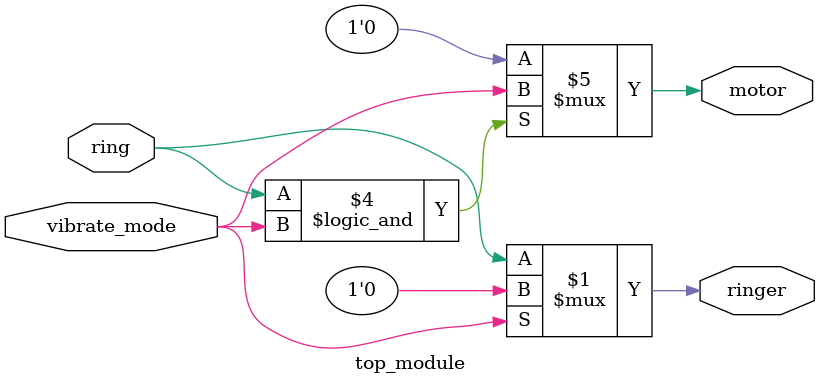
<source format=v>
module top_module (
    input ring,
    input vibrate_mode,
    output ringer,       // Make sound
    output motor         // Vibrate
);
    assign ringer = (vibrate_mode)?1'b0:ring;
    assign motor = (ring==1&&vibrate_mode==1)?vibrate_mode:1'b0;
endmodule

</source>
